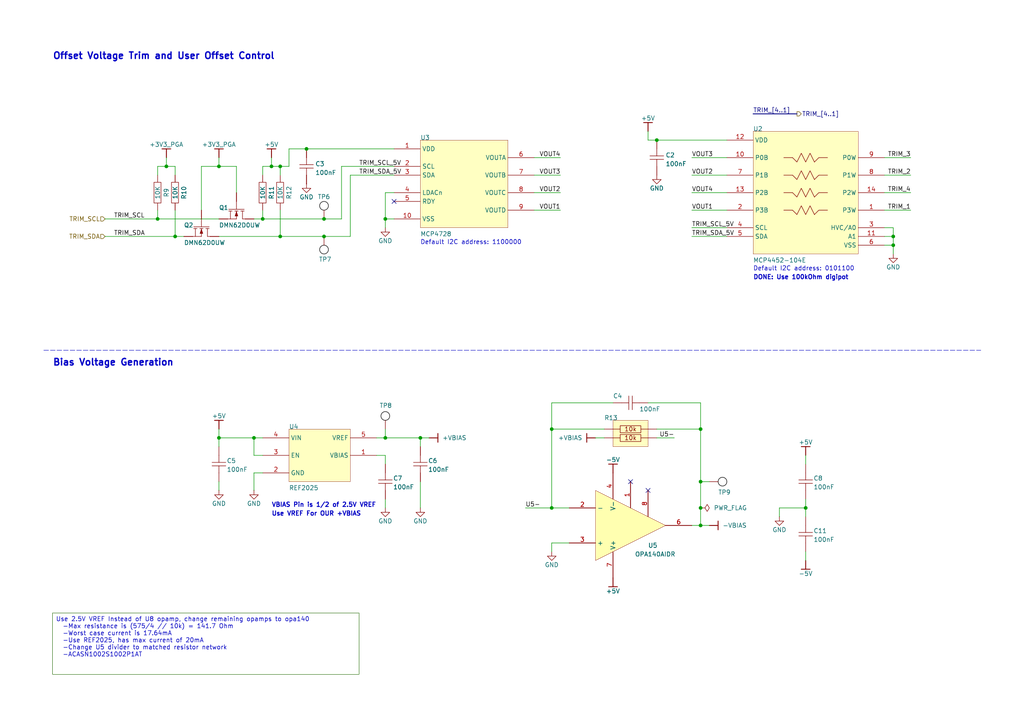
<source format=kicad_sch>
(kicad_sch (version 20241004) (generator "eeschema") (generator_version "8.99")
  (paper "A4")
  (title_block (title "ThunderScope") (rev "5") (company "EEVengers"))
  (lib_symbols
    (symbol "Thunderscope_Rev5:+3V3_PGA_BAR" (power)
      (property "Value" "+3V3_PGA" (at 0 -3.81 0))
      (symbol "+3V3_PGA_BAR_0_0"
        (polyline (pts (xy -1.27 -2.54) (xy 1.27 -2.54)) (stroke (width 0.254)))
        (polyline (pts (xy 0 0) (xy 0 -2.54)) (stroke (width 0.254)))
        (pin power_in line (at 0 0 0) (length 0) (hide yes) (name "+3V3_PGA") (number ""))
      )
    )
    (symbol "Thunderscope_Rev5:+5V_BAR" (power)
      (property "Value" "+5V" (at 0 -3.81 0))
      (symbol "+5V_BAR_0_0"
        (polyline (pts (xy -1.27 -2.54) (xy 1.27 -2.54)) (stroke (width 0.254)))
        (polyline (pts (xy 0 0) (xy 0 -2.54)) (stroke (width 0.254)))
        (pin power_in line (at 0 0 0) (length 0) (hide yes) (name "+5V") (number ""))
      )
    )
    (symbol "Thunderscope_Rev5:+VBIAS_BAR" (power)
      (property "Value" "+VBIAS" (at 0 -3.81 0))
      (symbol "+VBIAS_BAR_0_0"
        (polyline (pts (xy -1.27 -2.54) (xy 1.27 -2.54)) (stroke (width 0.254)))
        (polyline (pts (xy 0 0) (xy 0 -2.54)) (stroke (width 0.254)))
        (pin power_in line (at 0 0 0) (length 0) (hide yes) (name "+VBIAS") (number ""))
      )
    )
    (symbol "Thunderscope_Rev5:-5V_BAR" (power)
      (property "Value" "-5V" (at 0 -3.81 0))
      (symbol "-5V_BAR_0_0"
        (polyline (pts (xy -1.27 -2.54) (xy 1.27 -2.54)) (stroke (width 0.254)))
        (polyline (pts (xy 0 0) (xy 0 -2.54)) (stroke (width 0.254)))
        (pin power_in line (at 0 0 0) (length 0) (hide yes) (name "-5V") (number ""))
      )
    )
    (symbol "Thunderscope_Rev5:-VBIAS_BAR" (power)
      (property "Value" "-VBIAS" (at 0 -3.81 0))
      (symbol "-VBIAS_BAR_0_0"
        (polyline (pts (xy -1.27 -2.54) (xy 1.27 -2.54)) (stroke (width 0.254)))
        (polyline (pts (xy 0 0) (xy 0 -2.54)) (stroke (width 0.254)))
        (pin power_in line (at 0 0 0) (length 0) (hide yes) (name "-VBIAS") (number ""))
      )
    )
    (symbol "Thunderscope_Rev5:CAP 100nF 16V X7R 0402" (pin_numbers (hide yes)) (pin_names (hide yes))
      (property "Reference" "C" (at 0 0 0))
      (property "Value" "${ALTIUM_VALUE}" (at 0 0 0))
      (symbol "CAP 100nF 16V X7R 0402_1_0"
        (polyline (pts (xy -2 0.5) (xy 2 0.5)))
        (polyline (pts (xy -2 -0.5) (xy 2 -0.5)))
        (polyline (pts (xy 0 2.54) (xy 0 0.5)))
        (polyline (pts (xy 0 -2.54) (xy 0 -0.5)))
        (pin passive line (at 0 5.08 270) (length 2.54) (name "2") (number "2"))
        (pin passive line (at 0 -5.08 90) (length 2.54) (name "1") (number "1"))
      )
    )
    (symbol "Thunderscope_Rev5:GND" (power) (pin_numbers (hide yes)) (pin_names (offset 0) (hide yes))
      (property "Value" "GND" (at 0 -3.81 0))
      (symbol "GND_0_1"
        (polyline (pts (xy 0 0) (xy 0 -1.27) (xy 1.27 -1.27) (xy 0 -2.54) (xy -1.27 -1.27) (xy 0 -1.27)))
      )
      (symbol "GND_1_1"
        (pin power_in line (at 0 0 270) (length 0) (name "~") (number "1"))
      )
    )
    (symbol "Thunderscope_Rev5:IC DAC QUAD MCP4728"
      (property "Reference" "U" (at 0 0 0))
      (property "Value" "MCP4728" (at 0 0 0))
      (symbol "IC DAC QUAD MCP4728_1_0"
        (rectangle (start 12.7 12.7) (end -12.7 -12.7) (stroke (width 0.0254) (color 128 0 0 1)) (fill (type background)))
        (pin power_in line (at -20.32 10.16 0) (length 7.62) (name "VDD") (number "1"))
        (pin open_collector line (at -20.32 5.08 0) (length 7.62) (name "SCL") (number "2"))
        (pin open_collector line (at -20.32 2.54 0) (length 7.62) (name "SDA") (number "3"))
        (pin input line (at -20.32 -2.54 0) (length 7.62) (name "LDACn") (number "4"))
        (pin open_collector line (at -20.32 -5.08 0) (length 7.62) (name "RDY") (number "5"))
        (pin power_in line (at -20.32 -10.16 0) (length 7.62) (name "VSS") (number "10"))
        (pin output line (at 20.32 7.62 180) (length 7.62) (name "VOUTA") (number "6"))
        (pin output line (at 20.32 2.54 180) (length 7.62) (name "VOUTB") (number "7"))
        (pin output line (at 20.32 -2.54 180) (length 7.62) (name "VOUTC") (number "8"))
        (pin output line (at 20.32 -7.62 180) (length 7.62) (name "VOUTD") (number "9"))
      )
    )
    (symbol "Thunderscope_Rev5:IC DIGIPOT QUAD MCP4452-104E"
      (property "Reference" "U" (at 0 0 0))
      (property "Value" "MCP4452-104E" (at 0 0 0))
      (symbol "IC DIGIPOT QUAD MCP4452-104E_1_0"
        (polyline (pts (xy 11.43 -7.62) (xy 12.7 -8.89) (xy 13.97 -6.35) (xy 15.24 -8.89) (xy 16.51 -6.35) (xy 17.78 -8.89)))
        (polyline (pts (xy 11.43 -7.62) (xy 8.89 -7.62)))
        (polyline (pts (xy 11.43 -12.7) (xy 8.89 -12.7)))
        (polyline (pts (xy 11.43 -12.7) (xy 12.7 -13.97) (xy 13.97 -11.43) (xy 15.24 -13.97) (xy 16.51 -11.43) (xy 17.78 -13.97)))
        (polyline (pts (xy 11.43 -17.78) (xy 8.89 -17.78)))
        (polyline (pts (xy 11.43 -17.78) (xy 12.7 -19.05) (xy 13.97 -16.51) (xy 15.24 -19.05) (xy 16.51 -16.51) (xy 17.78 -19.05)))
        (polyline (pts (xy 11.43 -22.86) (xy 8.89 -22.86)))
        (polyline (pts (xy 11.43 -22.86) (xy 12.7 -24.13) (xy 13.97 -21.59) (xy 15.24 -24.13) (xy 16.51 -21.59) (xy 17.78 -24.13)))
        (polyline (pts (xy 17.78 -8.89) (xy 19.05 -7.62) (xy 21.59 -7.62)))
        (polyline (pts (xy 17.78 -13.97) (xy 19.05 -12.7) (xy 21.59 -12.7)))
        (polyline (pts (xy 17.78 -19.05) (xy 19.05 -17.78) (xy 21.59 -17.78)))
        (polyline (pts (xy 17.78 -24.13) (xy 19.05 -22.86) (xy 21.59 -22.86)))
        (rectangle (start 30.48 0) (end 0 -35.56) (stroke (width 0.0254) (color 128 0 0 1)) (fill (type background)))
        (pin power_in line (at -7.62 -2.54 0) (length 7.62) (name "VDD") (number "12"))
        (pin passive line (at -7.62 -7.62 0) (length 7.62) (name "P0B") (number "10"))
        (pin passive line (at -7.62 -12.7 0) (length 7.62) (name "P1B") (number "7"))
        (pin passive line (at -7.62 -17.78 0) (length 7.62) (name "P2B") (number "13"))
        (pin passive line (at -7.62 -22.86 0) (length 7.62) (name "P3B") (number "2"))
        (pin open_collector line (at -7.62 -27.94 0) (length 7.62) (name "SCL") (number "4"))
        (pin open_collector line (at -7.62 -30.48 0) (length 7.62) (name "SDA") (number "5"))
        (pin passive line (at 38.1 -7.62 180) (length 7.62) (name "P0W") (number "9"))
        (pin passive line (at 38.1 -12.7 180) (length 7.62) (name "P1W") (number "8"))
        (pin passive line (at 38.1 -17.78 180) (length 7.62) (name "P2W") (number "14"))
        (pin passive line (at 38.1 -22.86 180) (length 7.62) (name "P3W") (number "1"))
        (pin input line (at 38.1 -27.94 180) (length 7.62) (name "HVC/A0") (number "3"))
        (pin input line (at 38.1 -30.48 180) (length 7.62) (name "A1") (number "11"))
        (pin power_in line (at 38.1 -33.02 180) (length 7.62) (name "VSS") (number "6"))
      )
    )
    (symbol "Thunderscope_Rev5:IC OPAMP OPA140"
      (property "Reference" "U" (at 0 0 0))
      (property "Value" "OPA140AIDR" (at 0 0 0))
      (symbol "IC OPAMP OPA140_1_0"
        (polyline (pts (xy -10.16 10.16) (xy 10.16 0) (xy -10.16 -10.16) (xy -10.16 10.16)) (stroke (width 0.0254) (color 128 0 0 1)) (fill (type color) (color 255 255 176 1)))
        (pin input line (at -17.78 5.08 0) (length 7.62) (name "+") (number "3"))
        (pin input line (at -17.78 -5.08 0) (length 7.62) (name "-") (number "2"))
        (pin power_in line (at -5.08 15.24 270) (length 7.62) (name "V+") (number "7"))
        (pin power_in line (at -5.08 -15.24 90) (length 7.62) (name "V-") (number "4"))
        (pin passive line (at 0 -12.7 90) (length 7.62) (name "N1") (number "1"))
        (pin passive line (at 5.08 -10.16 90) (length 7.62) (name "N2") (number "8"))
        (pin output line (at 17.78 0 180) (length 7.62) (name "OUT") (number "6"))
      )
    )
    (symbol "Thunderscope_Rev5:IC VREF REF2025"
      (property "Reference" "U" (at 0 0 0))
      (property "Value" "REF2025" (at 0 0 0))
      (symbol "IC VREF REF2025_1_0"
        (rectangle (start 25.4 0) (end 7.62 -15.24) (stroke (width 0.0254) (color 128 0 0 1)) (fill (type background)))
        (pin power_in line (at 0 -2.54 0) (length 7.62) (name "VIN") (number "4"))
        (pin input line (at 0 -7.62 0) (length 7.62) (name "EN") (number "3"))
        (pin power_in line (at 0 -12.7 0) (length 7.62) (name "GND") (number "2"))
        (pin power_out line (at 33.02 -2.54 180) (length 7.62) (name "VREF") (number "5"))
        (pin power_out line (at 33.02 -7.62 180) (length 7.62) (name "VBIAS") (number "1"))
      )
    )
    (symbol "Thunderscope_Rev5:NMOS DMN62D0UW" (pin_numbers (hide yes)) (pin_names (hide yes))
      (property "Reference" "Q" (at 0 0 0))
      (property "Value" "DMN62D0UW" (at 0 0 0))
      (symbol "NMOS DMN62D0UW_1_0"
        (polyline (pts (xy -2.54 0) (xy -0.254 0)))
        (polyline (pts (xy -0.254 2.25) (xy -0.254 -2.25)))
        (polyline (pts (xy 0.246 2.25) (xy 0.246 1.25)))
        (polyline (pts (xy 0.246 0) (xy 1.746 -0.5) (xy 1.746 0.5) (xy 0.246 0)) (stroke (width -0.0001)) (fill (type outline)))
        (polyline (pts (xy 0.246 -0.5) (xy 0.246 0.5)))
        (polyline (pts (xy 0.246 -2.25) (xy 0.246 -1.25)))
        (polyline (pts (xy 2.54 1.783) (xy 2.54 2.54)))
        (polyline (pts (xy 2.54 1.75) (xy 0.246 1.75)))
        (polyline (pts (xy 2.54 0) (xy 2.54 -2.54)))
        (polyline (pts (xy 2.54 0) (xy 0.246 0)))
        (polyline (pts (xy 2.54 -1.75) (xy 0.246 -1.75)))
        (pin passive line (at -5.08 0 0) (length 2.54) (name "G") (number "2"))
        (pin passive line (at 2.54 5.08 270) (length 2.54) (name "D") (number "1"))
        (pin passive line (at 2.54 -5.08 90) (length 2.54) (name "S") (number "3"))
      )
    )
    (symbol "Thunderscope_Rev5:RES 10K OHM 1% 1/10W 0402" (pin_numbers (hide yes)) (pin_names (hide yes))
      (property "Reference" "R" (at 0 0 0))
      (property "Value" "${ALTIUM_VALUE}" (at 0 0 0))
      (symbol "RES 10K OHM 1% 1/10W 0402_1_0"
        (rectangle (start 3 1.056) (end -3 -0.976))
        (pin passive line (at -5.08 0 0) (length 2) (name "2") (number "2"))
        (pin passive line (at 5.08 0 180) (length 2) (name "1") (number "1"))
      )
    )
    (symbol "Thunderscope_Rev5:RES ARRAY 2x 10K OHM 0.05% 0606" (pin_numbers (hide yes)) (pin_names (hide yes))
      (property "Reference" "R" (at 0 0 0))
      (property "Value" "${ALTIUM_VALUE}" (at 0 0 0))
      (symbol "RES ARRAY 2x 10K OHM 0.05% 0606_1_0"
        (rectangle (start 10.62 -1.564) (end 4.62 -3.596))
        (rectangle (start 10.62 -4.104) (end 4.62 -6.136))
        (rectangle (start 12.7 0) (end 2.54 -7.62) (stroke (width 0.0254) (color 128 0 0 1)) (fill (type background)))
        (text "10k" (at 7.62 -2.54 0) (effects (font (size 1.27 1.27))))
        (text "10k" (at 7.62 -5.08 0) (effects (font (size 1.27 1.27))))
        (pin passive line (at 0 -2.54 0) (length 4.54) (name "1") (number "1"))
        (pin passive line (at 0 -5.08 0) (length 4.54) (name "2") (number "2"))
        (pin passive line (at 15.24 -2.54 180) (length 4.54) (name "4") (number "4"))
        (pin passive line (at 15.24 -5.08 180) (length 4.54) (name "3") (number "3"))
      )
    )
    (symbol "Thunderscope_Rev5:TP PCB 1mm" (pin_numbers (hide yes)) (pin_names (hide yes))
      (property "Reference" "T" (at 0 0 0))
      (property "Value" "PCB" (at 0 0 0))
      (symbol "TP PCB 1mm_1_0"
        (circle (center 3.81 0) (radius 1.27) (stroke (width 0) (color 0 0 0 1)))
        (pin passive line (at 0 0 0) (length 2.54) (name "1") (number "1"))
      )
    )
    (symbol "power:PWR_FLAG" (power) (pin_numbers (hide yes)) (pin_names (offset 0) (hide yes))
      (property "Value" "PWR_FLAG" (at 0 3.81 0))
      (symbol "PWR_FLAG_0_0"
        (pin power_out line (at 0 0 90) (length 0) (name "~") (number "1"))
      )
      (symbol "PWR_FLAG_0_1"
        (polyline (pts (xy 0 0) (xy 0 1.27) (xy -1.016 1.905) (xy 0 2.54) (xy 1.016 1.905) (xy 0 1.27)))
      )
    )
  )
  (text "Bias Voltage Generation" (at 15.24 104.14 0) (effects (font (size 1.905 1.905) (thickness 0.381) (bold yes)) (justify left top)))
  (text "Default I2C address: 0101100" (at 218.44 78.74 0) (effects (font (size 1.27 1.27)) (justify left bottom)))
  (text "Offset Voltage Trim and User Offset Control" (at 15.24 15.24 0) (effects (font (size 1.905 1.905) (thickness 0.381) (bold yes)) (justify left top)))
  (text "Use VREF For OUR +VBIAS" (at 78.74 149.86 0) (effects (font (size 1.27 1.27) (thickness 0.254) (bold yes)) (justify left bottom)))
  (text "Default I2C address: 1100000" (at 121.92 71.12 0) (effects (font (size 1.27 1.27)) (justify left bottom)))
  (text "DONE: Use 100kOhm digipot" (at 218.44 81.28 0) (effects (font (size 1.27 1.27) (thickness 0.254) (bold yes)) (justify left bottom)))
  (text "VBIAS Pin is 1/2 of 2.5V VREF" (at 78.74 147.32 0) (effects (font (size 1.27 1.27) (thickness 0.254) (bold yes)) (justify left bottom)))
  (text_box "Use 2.5V VREF Instead of U8 opamp, change remaining opamps to opa140\n  -Max resistance is (575/4 // 10k) = 141.7 Ohm\n  -Worst case current is 17.64mA\n  -Use REF2025, has max current of 20mA\n  -Change U5 divider to matched resistor network\n  -ACASN1002S1002P1AT" (at 15.24 177.8 0) (size 88.9 17.78) (margins 0.9525 0.9525 0.9525 0.9525) (stroke (width 0) (color 56 118 29 1)) (fill (type color) (color 255 255 255 1)) (effects (font (size 1.27 1.27)) (justify left top)))
  (junction (at 203.2 152.4))
  (junction (at 48.26 48.26))
  (junction (at 203.2 147.32))
  (junction (at 73.66 127))
  (junction (at 81.28 68.58))
  (junction (at 76.2 63.5))
  (junction (at 121.92 127))
  (junction (at 93.98 63.5))
  (junction (at 88.9 43.18))
  (junction (at 50.8 68.58))
  (junction (at 203.2 139.7))
  (junction (at 259.08 68.58))
  (junction (at 78.74 48.26))
  (junction (at 63.5 127))
  (junction (at 160.02 124.46))
  (junction (at 259.08 71.12))
  (junction (at 45.72 63.5))
  (junction (at 81.28 48.26))
  (junction (at 203.2 124.46))
  (junction (at 63.5 48.26))
  (junction (at 160.02 147.32))
  (junction (at 111.76 63.5))
  (junction (at 190.5 40.64))
  (junction (at 233.68 147.32))
  (junction (at 111.76 127))
  (junction (at 93.98 68.58))
  (no_connect (at 182.88 139.7))
  (no_connect (at 114.3 58.42))
  (no_connect (at 187.96 142.24))
  (wire (pts (xy 114.3 63.5) (xy 111.76 63.5)))
  (wire (pts (xy 187.96 38.1) (xy 187.96 40.64)))
  (polyline (pts (xy 12.7 101.6) (xy 284.48 101.6)) (stroke (width 0.127) (type dash)))
  (wire (pts (xy 73.66 142.24) (xy 73.66 137.16)))
  (wire (pts (xy 30.48 63.5) (xy 45.72 63.5)))
  (wire (pts (xy 121.92 127) (xy 124.46 127)))
  (wire (pts (xy 200.66 66.04) (xy 210.82 66.04)))
  (wire (pts (xy 58.42 48.26) (xy 63.5 48.26)))
  (wire (pts (xy 200.66 68.58) (xy 210.82 68.58)))
  (wire (pts (xy 203.2 116.84) (xy 203.2 124.46)))
  (wire (pts (xy 203.2 152.4) (xy 205.74 152.4)))
  (wire (pts (xy 233.68 147.32) (xy 233.68 144.78)))
  (wire (pts (xy 172.72 127) (xy 175.26 127)))
  (wire (pts (xy 203.2 139.7) (xy 203.2 147.32)))
  (wire (pts (xy 50.8 60.96) (xy 50.8 68.58)))
  (wire (pts (xy 88.9 43.18) (xy 114.3 43.18)))
  (wire (pts (xy 154.94 55.88) (xy 162.56 55.88)))
  (wire (pts (xy 63.5 124.46) (xy 63.5 127)))
  (wire (pts (xy 48.26 45.72) (xy 48.26 48.26)))
  (wire (pts (xy 190.5 124.46) (xy 203.2 124.46)))
  (wire (pts (xy 187.96 40.64) (xy 190.5 40.64)))
  (wire (pts (xy 259.08 71.12) (xy 259.08 73.66)))
  (wire (pts (xy 73.66 127) (xy 76.2 127)))
  (wire (pts (xy 63.5 45.72) (xy 63.5 48.26)))
  (wire (pts (xy 256.54 55.88) (xy 264.16 55.88)))
  (wire (pts (xy 203.2 147.32) (xy 203.2 152.4)))
  (wire (pts (xy 114.3 55.88) (xy 111.76 55.88)))
  (wire (pts (xy 160.02 124.46) (xy 160.02 147.32)))
  (wire (pts (xy 99.06 48.26) (xy 114.3 48.26)))
  (wire (pts (xy 226.06 147.32) (xy 226.06 149.86)))
  (wire (pts (xy 154.94 50.8) (xy 162.56 50.8)))
  (wire (pts (xy 233.68 162.56) (xy 233.68 160.02)))
  (wire (pts (xy 78.74 48.26) (xy 81.28 48.26)))
  (wire (pts (xy 78.74 45.72) (xy 78.74 48.26)))
  (wire (pts (xy 83.82 48.26) (xy 81.28 48.26)))
  (bus (pts (xy 231.14 33.02) (xy 218.44 33.02)) (stroke (width 0.254)))
  (wire (pts (xy 200.66 55.88) (xy 210.82 55.88)))
  (wire (pts (xy 259.08 66.04) (xy 259.08 68.58)))
  (wire (pts (xy 109.22 127) (xy 111.76 127)))
  (wire (pts (xy 93.98 63.5) (xy 99.06 63.5)))
  (wire (pts (xy 50.8 68.58) (xy 53.34 68.58)))
  (wire (pts (xy 45.72 63.5) (xy 63.5 63.5)))
  (wire (pts (xy 160.02 147.32) (xy 165.1 147.32)))
  (wire (pts (xy 73.66 137.16) (xy 76.2 137.16)))
  (wire (pts (xy 259.08 68.58) (xy 259.08 71.12)))
  (wire (pts (xy 256.54 71.12) (xy 259.08 71.12)))
  (wire (pts (xy 63.5 68.58) (xy 81.28 68.58)))
  (wire (pts (xy 187.96 116.84) (xy 203.2 116.84)))
  (wire (pts (xy 45.72 50.8) (xy 45.72 48.26)))
  (wire (pts (xy 121.92 127) (xy 121.92 129.54)))
  (wire (pts (xy 111.76 127) (xy 121.92 127)))
  (wire (pts (xy 81.28 68.58) (xy 81.28 60.96)))
  (wire (pts (xy 109.22 132.08) (xy 111.76 132.08)))
  (wire (pts (xy 101.6 50.8) (xy 101.6 68.58)))
  (wire (pts (xy 154.94 60.96) (xy 162.56 60.96)))
  (wire (pts (xy 45.72 48.26) (xy 48.26 48.26)))
  (wire (pts (xy 160.02 124.46) (xy 175.26 124.46)))
  (wire (pts (xy 76.2 48.26) (xy 78.74 48.26)))
  (wire (pts (xy 45.72 60.96) (xy 45.72 63.5)))
  (wire (pts (xy 81.28 68.58) (xy 93.98 68.58)))
  (wire (pts (xy 203.2 124.46) (xy 203.2 139.7)))
  (wire (pts (xy 190.5 127) (xy 195.58 127)))
  (wire (pts (xy 256.54 45.72) (xy 264.16 45.72)))
  (wire (pts (xy 160.02 116.84) (xy 160.02 124.46)))
  (wire (pts (xy 48.26 48.26) (xy 50.8 48.26)))
  (wire (pts (xy 111.76 63.5) (xy 111.76 66.04)))
  (wire (pts (xy 111.76 147.32) (xy 111.76 144.78)))
  (wire (pts (xy 200.66 45.72) (xy 210.82 45.72)))
  (wire (pts (xy 76.2 132.08) (xy 73.66 132.08)))
  (wire (pts (xy 63.5 127) (xy 63.5 129.54)))
  (wire (pts (xy 233.68 149.86) (xy 233.68 147.32)))
  (wire (pts (xy 200.66 152.4) (xy 203.2 152.4)))
  (wire (pts (xy 256.54 50.8) (xy 264.16 50.8)))
  (wire (pts (xy 256.54 60.96) (xy 264.16 60.96)))
  (wire (pts (xy 233.68 132.08) (xy 233.68 134.62)))
  (wire (pts (xy 76.2 50.8) (xy 76.2 48.26)))
  (wire (pts (xy 99.06 48.26) (xy 99.06 63.5)))
  (wire (pts (xy 68.58 48.26) (xy 68.58 55.88)))
  (wire (pts (xy 233.68 147.32) (xy 226.06 147.32)))
  (wire (pts (xy 121.92 147.32) (xy 121.92 139.7)))
  (wire (pts (xy 200.66 50.8) (xy 210.82 50.8)))
  (wire (pts (xy 73.66 132.08) (xy 73.66 127)))
  (wire (pts (xy 256.54 66.04) (xy 259.08 66.04)))
  (wire (pts (xy 58.42 60.96) (xy 58.42 48.26)))
  (wire (pts (xy 101.6 50.8) (xy 114.3 50.8)))
  (wire (pts (xy 190.5 40.64) (xy 210.82 40.64)))
  (wire (pts (xy 81.28 48.26) (xy 81.28 50.8)))
  (wire (pts (xy 256.54 68.58) (xy 259.08 68.58)))
  (wire (pts (xy 50.8 48.26) (xy 50.8 50.8)))
  (wire (pts (xy 177.8 116.84) (xy 160.02 116.84)))
  (wire (pts (xy 63.5 139.7) (xy 63.5 142.24)))
  (wire (pts (xy 200.66 60.96) (xy 210.82 60.96)))
  (wire (pts (xy 111.76 132.08) (xy 111.76 134.62)))
  (wire (pts (xy 160.02 160.02) (xy 160.02 157.48)))
  (wire (pts (xy 63.5 127) (xy 73.66 127)))
  (wire (pts (xy 88.9 43.18) (xy 83.82 43.18)))
  (wire (pts (xy 63.5 48.26) (xy 68.58 48.26)))
  (wire (pts (xy 76.2 63.5) (xy 73.66 63.5)))
  (wire (pts (xy 111.76 55.88) (xy 111.76 63.5)))
  (wire (pts (xy 83.82 43.18) (xy 83.82 48.26)))
  (wire (pts (xy 30.48 68.58) (xy 50.8 68.58)))
  (wire (pts (xy 111.76 127) (xy 111.76 124.46)))
  (wire (pts (xy 152.4 147.32) (xy 160.02 147.32)))
  (wire (pts (xy 203.2 139.7) (xy 205.74 139.7)))
  (wire (pts (xy 154.94 45.72) (xy 162.56 45.72)))
  (wire (pts (xy 93.98 68.58) (xy 101.6 68.58)))
  (wire (pts (xy 76.2 63.5) (xy 93.98 63.5)))
  (wire (pts (xy 76.2 63.5) (xy 76.2 60.96)))
  (wire (pts (xy 160.02 157.48) (xy 165.1 157.48)))
  (label "TRIM_SDA" (at 33.02 68.58 0))
  (label "TRIM_2" (at 264.16 50.8 180))
  (label "TRIM_SCL" (at 33.02 63.5 0))
  (label "TRIM_4" (at 264.16 55.88 180))
  (label "VOUT3" (at 162.56 50.8 180))
  (label "TRIM_SCL_5V" (at 104.14 48.26 0))
  (label "TRIM_SDA_5V" (at 104.14 50.8 0))
  (label "U5-" (at 152.4 147.32 0))
  (label "U5-" (at 195.58 127 180))
  (label "VOUT4" (at 200.66 55.88 0))
  (label "TRIM_SCL_5V" (at 200.66 66.04 0))
  (label "TRIM_1" (at 264.16 60.96 180))
  (label "VOUT2" (at 200.66 50.8 0))
  (label "VOUT1" (at 200.66 60.96 0))
  (label "TRIM_3" (at 264.16 45.72 180))
  (label "VOUT4" (at 162.56 45.72 180))
  (label "VOUT2" (at 162.56 55.88 180))
  (label "TRIM_[4..1]" (at 218.44 33.02 0))
  (label "VOUT3" (at 200.66 45.72 0))
  (label "TRIM_SDA_5V" (at 200.66 68.58 0))
  (label "VOUT1" (at 162.56 60.96 180))
  (hierarchical_label "TRIM_SCL" (shape input) (at 30.48 63.5 180))
  (hierarchical_label "TRIM_[4..1]" (shape output) (at 231.14 33.02 0))
  (hierarchical_label "TRIM_SDA" (shape input) (at 30.48 68.58 180))
  (symbol (lib_id "Thunderscope_Rev5:GND") (at 111.76 147.32 0) (unit 1)
    (property "Reference" "#PWR0188" (effects (hide yes)))
    (property "Value" "GND" (at 111.76 151.13 0))
    (property "Description" "Power symbol creates a global label with name \"GND\" , ground" (effects (hide yes)))
  )
  (symbol (lib_id "power:PWR_FLAG") (at 203.2 147.32 270) (unit 1)
    (property "Reference" "#FLG05" (effects (hide yes)))
    (property "Value" "PWR_FLAG" (at 207.01 147.3199 90) (effects (justify left)))
    (property "Description" "Special symbol for telling ERC where power comes from" (effects (hide yes)))
  )
  (symbol (lib_id "Thunderscope_Rev5:+VBIAS_BAR") (at 172.72 127 270) (unit 1)
    (property "Reference" "#PWR?" (effects (hide yes)))
    (property "Value" "+VBIAS" (at 168.91 127 90) (effects (justify right)))
  )
  (symbol (lib_id "Thunderscope_Rev5:+5V_BAR") (at 63.5 124.46 180) (unit 1)
    (property "Reference" "#PWR?" (effects (hide yes)))
    (property "Value" "+5V" (at 63.5 120.65 0))
  )
  (symbol (lib_id "Thunderscope_Rev5:RES 10K OHM 1% 1/10W 0402") (at 81.28 55.88 90) (unit 1)
    (property "Reference" "R12" (at 83.82 55.88 0))
    (property "Value" "${ALTIUM_VALUE}" (at 81.28 55.88 0))
    (property "Footprint" "GEN_R_0402" (effects (hide yes)))
    (property "TOLERANCE" "1%" (effects (hide yes)))
    (property "PACKAGE" "0402" (effects (hide yes)))
    (property "SUPPLIER 1" "Mouser" (effects (hide yes)))
    (property "SUPPLIER PART NUMBER 1" "667-ERJ-2RKF1002X" (effects (hide yes)))
    (property "ALTIUM_VALUE" "10K" (effects (hide yes)))
    (property "MANUFACTURER" "Panasonic" (effects (hide yes)))
    (property "MANUFACTURER PART NUMBER" "ERJ-2RKF1002X" (effects (hide yes)))
  )
  (symbol (lib_id "Thunderscope_Rev5:+3V3_PGA_BAR") (at 48.26 45.72 180) (unit 1)
    (property "Reference" "#PWR?" (effects (hide yes)))
    (property "Value" "+3V3_PGA" (at 48.26 41.91 0))
  )
  (symbol (lib_id "Thunderscope_Rev5:GND") (at 63.5 142.24 0) (unit 1)
    (property "Reference" "#PWR0186" (effects (hide yes)))
    (property "Value" "GND" (at 63.5 146.05 0))
    (property "Description" "Power symbol creates a global label with name \"GND\" , ground" (effects (hide yes)))
  )
  (symbol (lib_id "Thunderscope_Rev5:+5V_BAR") (at 233.68 132.08 180) (unit 1)
    (property "Reference" "#PWR?" (effects (hide yes)))
    (property "Value" "+5V" (at 233.68 128.27 0))
  )
  (symbol (lib_id "Thunderscope_Rev5:RES 10K OHM 1% 1/10W 0402") (at 50.8 55.88 90) (unit 1)
    (property "Reference" "R10" (at 53.34 55.88 0))
    (property "Value" "${ALTIUM_VALUE}" (at 50.8 55.88 0))
    (property "Footprint" "GEN_R_0402" (effects (hide yes)))
    (property "TOLERANCE" "1%" (effects (hide yes)))
    (property "PACKAGE" "0402" (effects (hide yes)))
    (property "SUPPLIER 1" "Mouser" (effects (hide yes)))
    (property "SUPPLIER PART NUMBER 1" "667-ERJ-2RKF1002X" (effects (hide yes)))
    (property "ALTIUM_VALUE" "10K" (effects (hide yes)))
    (property "MANUFACTURER" "Panasonic" (effects (hide yes)))
    (property "MANUFACTURER PART NUMBER" "ERJ-2RKF1002X" (effects (hide yes)))
  )
  (symbol (lib_id "Thunderscope_Rev5:CAP 100nF 16V X7R 0402") (at 111.76 139.7 0) (unit 1)
    (property "Reference" "C7" (at 114.014 139.446 0) (effects (justify left bottom)))
    (property "Value" "${ALTIUM_VALUE}" (at 114.014 141.986 0) (effects (justify left bottom)))
    (property "Footprint" "GEN_C_0402" (effects (hide yes)))
    (property "PACKAGE" "0402" (effects (hide yes)))
    (property "VOLTAGE RATING" "16V" (effects (hide yes)))
    (property "SUPPLIER 1" "Mouser" (effects (hide yes)))
    (property "SUPPLIER PART NUMBER 1" "81-GCM155R71C104KA5D" (effects (hide yes)))
    (property "ALTIUM_VALUE" "100nF" (effects (hide yes)))
    (property "HOUSE PART NUMBER" "C-100nF-0402-002" (effects (hide yes)))
    (property "MANUFACTURER" "Murata" (effects (hide yes)))
    (property "MANUFACTURER PART NUMBER" "GCM155R71C104KA55D" (effects (hide yes)))
  )
  (symbol (lib_id "Thunderscope_Rev5:RES 10K OHM 1% 1/10W 0402") (at 76.2 55.88 90) (unit 1)
    (property "Reference" "R11" (at 78.74 55.88 0))
    (property "Value" "${ALTIUM_VALUE}" (at 76.2 55.88 0))
    (property "Footprint" "GEN_R_0402" (effects (hide yes)))
    (property "TOLERANCE" "1%" (effects (hide yes)))
    (property "PACKAGE" "0402" (effects (hide yes)))
    (property "SUPPLIER 1" "Mouser" (effects (hide yes)))
    (property "SUPPLIER PART NUMBER 1" "667-ERJ-2RKF1002X" (effects (hide yes)))
    (property "ALTIUM_VALUE" "10K" (effects (hide yes)))
    (property "MANUFACTURER" "Panasonic" (effects (hide yes)))
    (property "MANUFACTURER PART NUMBER" "ERJ-2RKF1002X" (effects (hide yes)))
  )
  (symbol (lib_id "Thunderscope_Rev5:+3V3_PGA_BAR") (at 63.5 45.72 180) (unit 1)
    (property "Reference" "#PWR?" (effects (hide yes)))
    (property "Value" "+3V3_PGA" (at 63.5 41.91 0))
  )
  (symbol (lib_id "Thunderscope_Rev5:GND") (at 121.92 147.32 0) (unit 1)
    (property "Reference" "#PWR0190" (effects (hide yes)))
    (property "Value" "GND" (at 121.92 151.13 0))
    (property "Description" "Power symbol creates a global label with name \"GND\" , ground" (effects (hide yes)))
  )
  (symbol (lib_id "Thunderscope_Rev5:+VBIAS_BAR") (at 124.46 127 90) (unit 1)
    (property "Reference" "#PWR?" (effects (hide yes)))
    (property "Value" "+VBIAS" (at 128.27 127 90) (effects (justify right)))
  )
  (symbol (lib_id "Thunderscope_Rev5:RES ARRAY 2x 10K OHM 0.05% 0606") (at 175.26 121.92 0) (unit 1)
    (property "Reference" "R13" (at 175.26 121.92 0) (effects (justify left bottom)))
    (property "Value" "${ALTIUM_VALUE}" (effects (hide yes)))
    (property "Footprint" "GEN_R_2ARRAY_0606" (effects (hide yes)))
    (property "TOLERANCE" "1%" (effects (hide yes)))
    (property "PACKAGE" "0606" (effects (hide yes)))
    (property "ALTIUM_VALUE" "10K" (effects (hide yes)))
    (property "MANUFACTURER" "Vishay Beyschlag" (effects (hide yes)))
    (property "MANUFACTURER PART NUMBER" "ACASN1002S1002P1ATF1002X" (effects (hide yes)))
    (property "SUPPLIER 1" "Mouser" (effects (hide yes)))
    (property "SUPPLIER PART NUMBER 1" "594-ACASN1002S1002AT" (effects (hide yes)))
  )
  (symbol (lib_id "Thunderscope_Rev5:+5V_BAR") (at 187.96 38.1 180) (unit 1)
    (property "Reference" "#PWR?" (effects (hide yes)))
    (property "Value" "+5V" (at 187.96 34.29 0))
  )
  (symbol (lib_id "Thunderscope_Rev5:GND") (at 88.9 53.34 0) (unit 1)
    (property "Reference" "#PWR0182" (effects (hide yes)))
    (property "Value" "GND" (at 88.9 57.15 0))
    (property "Description" "Power symbol creates a global label with name \"GND\" , ground" (effects (hide yes)))
  )
  (symbol (lib_id "Thunderscope_Rev5:+5V_BAR") (at 177.8 167.64 0) (unit 1)
    (property "Reference" "#PWR?" (effects (hide yes)))
    (property "Value" "+5V" (at 177.8 171.45 0))
  )
  (symbol (lib_id "Thunderscope_Rev5:RES 10K OHM 1% 1/10W 0402") (at 45.72 55.88 90) (unit 1)
    (property "Reference" "R9" (at 48.26 55.88 0))
    (property "Value" "${ALTIUM_VALUE}" (at 45.72 55.88 0))
    (property "Footprint" "GEN_R_0402" (effects (hide yes)))
    (property "TOLERANCE" "1%" (effects (hide yes)))
    (property "PACKAGE" "0402" (effects (hide yes)))
    (property "SUPPLIER 1" "Mouser" (effects (hide yes)))
    (property "SUPPLIER PART NUMBER 1" "667-ERJ-2RKF1002X" (effects (hide yes)))
    (property "ALTIUM_VALUE" "10K" (effects (hide yes)))
    (property "MANUFACTURER" "Panasonic" (effects (hide yes)))
    (property "MANUFACTURER PART NUMBER" "ERJ-2RKF1002X" (effects (hide yes)))
  )
  (symbol (lib_id "Thunderscope_Rev5:GND") (at 226.06 149.86 0) (unit 1)
    (property "Reference" "#PWR0192" (effects (hide yes)))
    (property "Value" "GND" (at 226.06 153.67 0))
    (property "Description" "Power symbol creates a global label with name \"GND\" , ground" (effects (hide yes)))
  )
  (symbol (lib_id "Thunderscope_Rev5:TP PCB 1mm") (at 111.76 124.46 90) (unit 1)
    (property "Reference" "TP8" (at 113.715 116.8988 90) (effects (justify left bottom)))
    (property "Value" "PCB" (effects (hide yes)))
    (property "Footprint" "GEN_TP_PCB" (effects (hide yes)))
  )
  (symbol (lib_id "Thunderscope_Rev5:+5V_BAR") (at 78.74 45.72 180) (unit 1)
    (property "Reference" "#PWR?" (effects (hide yes)))
    (property "Value" "+5V" (at 78.74 41.91 0))
  )
  (symbol (lib_id "Thunderscope_Rev5:GND") (at 73.66 142.24 0) (unit 1)
    (property "Reference" "#PWR0187" (effects (hide yes)))
    (property "Value" "GND" (at 73.66 146.05 0))
    (property "Description" "Power symbol creates a global label with name \"GND\" , ground" (effects (hide yes)))
  )
  (symbol (lib_id "Thunderscope_Rev5:IC OPAMP OPA140") (at 182.88 152.4 0) (mirror x) (unit 1)
    (property "Reference" "U5" (at 187.96 157.48 0) (effects (justify left bottom)))
    (property "Value" "OPA140AIDR" (at 184.15 160.02 0) (effects (justify left bottom)))
    (property "Footprint" "TI_SOIC8_D0008A" (effects (hide yes)))
    (property "SUPPLIER 1" "Texas Instruments" (effects (hide yes)))
    (property "SUPPLIER PART NUMBER 1" "OPA140AIDR" (effects (hide yes)))
    (property "MANUFACTURER" "Texas Instruments" (effects (hide yes)))
    (property "MANUFACTURER PART NUMBER" "OPA140AIDR" (effects (hide yes)))
  )
  (symbol (lib_id "Thunderscope_Rev5:-5V_BAR") (at 233.68 162.56 0) (unit 1)
    (property "Reference" "#PWR?" (effects (hide yes)))
    (property "Value" "-5V" (at 233.68 166.37 0))
  )
  (symbol (lib_id "Thunderscope_Rev5:NMOS DMN62D0UW") (at 68.58 60.96 270) (unit 1)
    (property "Reference" "Q1" (at 63.5 60.96 90) (effects (justify left bottom)))
    (property "Value" "DMN62D0UW" (at 63.5 66.04 90) (effects (justify left bottom)))
    (property "Footprint" "GEN_SOT_323" (effects (hide yes)))
    (property "VDSS" "60V" (effects (hide yes)))
    (property "SUPPLIER 1" "Mouser" (effects (hide yes)))
    (property "SUPPLIER PART NUMBER 1" "621-DMN62D0UW-7" (effects (hide yes)))
    (property "HOUSE PART NUMBER" "DMN62D0UW-7" (effects (hide yes)))
    (property "MANUFACTURER" "Diodes" (effects (hide yes)))
    (property "MANUFACTURER PART NUMBER" "DMN62D0UW-7" (effects (hide yes)))
  )
  (symbol (lib_id "Thunderscope_Rev5:TP PCB 1mm") (at 93.98 68.58 270) (unit 1)
    (property "Reference" "TP7" (at 92.4704 75.9586 90) (effects (justify left bottom)))
    (property "Value" "PCB" (effects (hide yes)))
    (property "Footprint" "GEN_TP_PCB" (effects (hide yes)))
  )
  (symbol (lib_id "Thunderscope_Rev5:IC DAC QUAD MCP4728") (at 134.62 53.34 0) (unit 1)
    (property "Reference" "U3" (at 121.92 40.64 0) (effects (justify left bottom)))
    (property "Value" "MCP4728" (at 121.92 68.58 0) (effects (justify left bottom)))
    (property "Footprint" "MC_MSOP10_UN" (effects (hide yes)))
    (property "SUPPLIER 1" "Mouser" (effects (hide yes)))
    (property "SUPPLIER PART NUMBER 1" "579-MCP4728A1T-E/UN" (effects (hide yes)))
    (property "MANUFACTURER" "Microchip" (effects (hide yes)))
    (property "MANUFACTURER PART NUMBER" "MCP4728" (effects (hide yes)))
  )
  (symbol (lib_id "Thunderscope_Rev5:-5V_BAR") (at 177.8 137.16 180) (unit 1)
    (property "Reference" "#PWR?" (effects (hide yes)))
    (property "Value" "-5V" (at 177.8 133.35 0))
  )
  (symbol (lib_id "Thunderscope_Rev5:CAP 100nF 16V X7R 0402") (at 121.92 134.62 0) (unit 1)
    (property "Reference" "C6" (at 124.174 134.366 0) (effects (justify left bottom)))
    (property "Value" "${ALTIUM_VALUE}" (at 124.174 136.906 0) (effects (justify left bottom)))
    (property "Footprint" "GEN_C_0402" (effects (hide yes)))
    (property "PACKAGE" "0402" (effects (hide yes)))
    (property "VOLTAGE RATING" "16V" (effects (hide yes)))
    (property "SUPPLIER 1" "Mouser" (effects (hide yes)))
    (property "SUPPLIER PART NUMBER 1" "81-GCM155R71C104KA5D" (effects (hide yes)))
    (property "ALTIUM_VALUE" "100nF" (effects (hide yes)))
    (property "HOUSE PART NUMBER" "C-100nF-0402-002" (effects (hide yes)))
    (property "MANUFACTURER" "Murata" (effects (hide yes)))
    (property "MANUFACTURER PART NUMBER" "GCM155R71C104KA55D" (effects (hide yes)))
  )
  (symbol (lib_id "Thunderscope_Rev5:IC VREF REF2025") (at 76.2 124.46 0) (unit 1)
    (property "Reference" "U4" (at 83.82 124.46 0) (effects (justify left bottom)))
    (property "Value" "REF2025" (at 83.82 142.24 0) (effects (justify left bottom)))
    (property "Footprint" "GEN_SOT23_5_950_2900X1600X1450" (effects (hide yes)))
    (property "SUPPLIER 1" "Texas Instruments" (effects (hide yes)))
    (property "SUPPLIER PART NUMBER 1" "REF2025AIDDCR" (effects (hide yes)))
  )
  (symbol (lib_id "Thunderscope_Rev5:CAP 100nF 16V X7R 0402") (at 233.68 139.7 0) (unit 1)
    (property "Reference" "C8" (at 235.934 139.446 0) (effects (justify left bottom)))
    (property "Value" "${ALTIUM_VALUE}" (at 235.934 141.986 0) (effects (justify left bottom)))
    (property "Footprint" "GEN_C_0402" (effects (hide yes)))
    (property "PACKAGE" "0402" (effects (hide yes)))
    (property "VOLTAGE RATING" "16V" (effects (hide yes)))
    (property "SUPPLIER 1" "Mouser" (effects (hide yes)))
    (property "SUPPLIER PART NUMBER 1" "81-GCM155R71C104KA5D" (effects (hide yes)))
    (property "ALTIUM_VALUE" "100nF" (effects (hide yes)))
    (property "HOUSE PART NUMBER" "C-100nF-0402-002" (effects (hide yes)))
    (property "MANUFACTURER" "Murata" (effects (hide yes)))
    (property "MANUFACTURER PART NUMBER" "GCM155R71C104KA55D" (effects (hide yes)))
  )
  (symbol (lib_id "Thunderscope_Rev5:IC DIGIPOT QUAD MCP4452-104E") (at 218.44 38.1 0) (unit 1)
    (property "Reference" "U2" (at 218.44 38.1 0) (effects (justify left bottom)))
    (property "Value" "MCP4452-104E" (at 218.44 76.2 0) (effects (justify left bottom)))
    (property "Footprint" "MC_TSSOP14" (effects (hide yes)))
    (property "SUPPLIER 1" "Mouser" (effects (hide yes)))
    (property "SUPPLIER PART NUMBER 1" "579-MCP4452-104E/ST" (effects (hide yes)))
    (property "MANUFACTURER" "Microchip" (effects (hide yes)))
    (property "MANUFACTURER PART NUMBER" "MCP4452-104E" (effects (hide yes)))
  )
  (symbol (lib_id "Thunderscope_Rev5:GND") (at 111.76 66.04 0) (unit 1)
    (property "Reference" "#PWR0181" (effects (hide yes)))
    (property "Value" "GND" (at 111.76 69.85 0))
    (property "Description" "Power symbol creates a global label with name \"GND\" , ground" (effects (hide yes)))
  )
  (symbol (lib_id "Thunderscope_Rev5:TP PCB 1mm") (at 205.74 139.7 0) (unit 1)
    (property "Reference" "TP9" (at 208.28 143.51 0) (effects (justify left bottom)))
    (property "Value" "PCB" (effects (hide yes)))
    (property "Footprint" "GEN_TP_PCB" (effects (hide yes)))
  )
  (symbol (lib_id "Thunderscope_Rev5:GND") (at 190.5 50.8 0) (unit 1)
    (property "Reference" "#PWR0183" (effects (hide yes)))
    (property "Value" "GND" (at 190.5 54.61 0))
    (property "Description" "Power symbol creates a global label with name \"GND\" , ground" (effects (hide yes)))
  )
  (symbol (lib_id "Thunderscope_Rev5:GND") (at 160.02 160.02 0) (unit 1)
    (property "Reference" "#PWR0191" (effects (hide yes)))
    (property "Value" "GND" (at 160.02 163.83 0))
    (property "Description" "Power symbol creates a global label with name \"GND\" , ground" (effects (hide yes)))
  )
  (symbol (lib_id "Thunderscope_Rev5:GND") (at 259.08 73.66 0) (unit 1)
    (property "Reference" "#PWR0185" (effects (hide yes)))
    (property "Value" "GND" (at 259.08 77.47 0))
    (property "Description" "Power symbol creates a global label with name \"GND\" , ground" (effects (hide yes)))
  )
  (symbol (lib_id "Thunderscope_Rev5:-VBIAS_BAR") (at 205.74 152.4 90) (unit 1)
    (property "Reference" "#PWR?" (effects (hide yes)))
    (property "Value" "-VBIAS" (at 209.55 152.4 90) (effects (justify right)))
  )
  (symbol (lib_id "Thunderscope_Rev5:CAP 100nF 16V X7R 0402") (at 63.5 134.62 0) (unit 1)
    (property "Reference" "C5" (at 65.754 134.366 0) (effects (justify left bottom)))
    (property "Value" "${ALTIUM_VALUE}" (at 65.754 136.906 0) (effects (justify left bottom)))
    (property "Footprint" "GEN_C_0402" (effects (hide yes)))
    (property "PACKAGE" "0402" (effects (hide yes)))
    (property "VOLTAGE RATING" "16V" (effects (hide yes)))
    (property "SUPPLIER 1" "Mouser" (effects (hide yes)))
    (property "SUPPLIER PART NUMBER 1" "81-GCM155R71C104KA5D" (effects (hide yes)))
    (property "ALTIUM_VALUE" "100nF" (effects (hide yes)))
    (property "HOUSE PART NUMBER" "C-100nF-0402-002" (effects (hide yes)))
    (property "MANUFACTURER" "Murata" (effects (hide yes)))
    (property "MANUFACTURER PART NUMBER" "GCM155R71C104KA55D" (effects (hide yes)))
  )
  (symbol (lib_id "Thunderscope_Rev5:TP PCB 1mm") (at 93.98 63.5 90) (unit 1)
    (property "Reference" "TP6" (at 95.7878 56.3608 90) (effects (justify left bottom)))
    (property "Value" "PCB" (effects (hide yes)))
    (property "Footprint" "GEN_TP_PCB" (effects (hide yes)))
  )
  (symbol (lib_id "Thunderscope_Rev5:CAP 100nF 16V X7R 0402") (at 88.9 48.26 0) (unit 1)
    (property "Reference" "C3" (at 91.44 48.26 0) (effects (justify left bottom)))
    (property "Value" "${ALTIUM_VALUE}" (at 91.44 50.8 0) (effects (justify left bottom)))
    (property "Footprint" "GEN_C_0402" (effects (hide yes)))
    (property "PACKAGE" "0402" (effects (hide yes)))
    (property "VOLTAGE RATING" "16V" (effects (hide yes)))
    (property "SUPPLIER 1" "Mouser" (effects (hide yes)))
    (property "SUPPLIER PART NUMBER 1" "81-GCM155R71C104KA5D" (effects (hide yes)))
    (property "ALTIUM_VALUE" "100nF" (effects (hide yes)))
    (property "HOUSE PART NUMBER" "C-100nF-0402-002" (effects (hide yes)))
    (property "MANUFACTURER" "Murata" (effects (hide yes)))
    (property "MANUFACTURER PART NUMBER" "GCM155R71C104KA55D" (effects (hide yes)))
  )
  (symbol (lib_id "Thunderscope_Rev5:CAP 100nF 16V X7R 0402") (at 182.88 116.84 270) (unit 1)
    (property "Reference" "C4" (at 177.8 115.57 90) (effects (justify left bottom)))
    (property "Value" "${ALTIUM_VALUE}" (at 185.42 119.38 90) (effects (justify left bottom)))
    (property "Footprint" "GEN_C_0402" (effects (hide yes)))
    (property "PACKAGE" "0402" (effects (hide yes)))
    (property "VOLTAGE RATING" "16V" (effects (hide yes)))
    (property "SUPPLIER 1" "Mouser" (effects (hide yes)))
    (property "SUPPLIER PART NUMBER 1" "81-GCM155R71C104KA5D" (effects (hide yes)))
    (property "ALTIUM_VALUE" "100nF" (effects (hide yes)))
    (property "HOUSE PART NUMBER" "C-100nF-0402-002" (effects (hide yes)))
    (property "MANUFACTURER" "Murata" (effects (hide yes)))
    (property "MANUFACTURER PART NUMBER" "GCM155R71C104KA55D" (effects (hide yes)))
  )
  (symbol (lib_id "Thunderscope_Rev5:NMOS DMN62D0UW") (at 58.42 66.04 270) (unit 1)
    (property "Reference" "Q2" (at 53.34 66.04 90) (effects (justify left bottom)))
    (property "Value" "DMN62D0UW" (at 53.34 71.12 90) (effects (justify left bottom)))
    (property "Footprint" "GEN_SOT_323" (effects (hide yes)))
    (property "VDSS" "60V" (effects (hide yes)))
    (property "SUPPLIER 1" "Mouser" (effects (hide yes)))
    (property "SUPPLIER PART NUMBER 1" "621-DMN62D0UW-7" (effects (hide yes)))
    (property "HOUSE PART NUMBER" "DMN62D0UW-7" (effects (hide yes)))
    (property "MANUFACTURER" "Diodes" (effects (hide yes)))
    (property "MANUFACTURER PART NUMBER" "DMN62D0UW-7" (effects (hide yes)))
  )
  (symbol (lib_id "Thunderscope_Rev5:CAP 100nF 16V X7R 0402") (at 233.68 154.94 0) (unit 1)
    (property "Reference" "C11" (at 235.934 154.686 0) (effects (justify left bottom)))
    (property "Value" "${ALTIUM_VALUE}" (at 235.934 157.226 0) (effects (justify left bottom)))
    (property "Footprint" "GEN_C_0402" (effects (hide yes)))
    (property "PACKAGE" "0402" (effects (hide yes)))
    (property "VOLTAGE RATING" "16V" (effects (hide yes)))
    (property "SUPPLIER 1" "Mouser" (effects (hide yes)))
    (property "SUPPLIER PART NUMBER 1" "81-GCM155R71C104KA5D" (effects (hide yes)))
    (property "ALTIUM_VALUE" "100nF" (effects (hide yes)))
    (property "HOUSE PART NUMBER" "C-100nF-0402-002" (effects (hide yes)))
    (property "MANUFACTURER" "Murata" (effects (hide yes)))
    (property "MANUFACTURER PART NUMBER" "GCM155R71C104KA55D" (effects (hide yes)))
  )
  (symbol (lib_id "Thunderscope_Rev5:CAP 100nF 16V X7R 0402") (at 190.5 45.72 0) (unit 1)
    (property "Reference" "C2" (at 193.04 45.72 0) (effects (justify left bottom)))
    (property "Value" "${ALTIUM_VALUE}" (at 193.04 48.26 0) (effects (justify left bottom)))
    (property "Footprint" "GEN_C_0402" (effects (hide yes)))
    (property "PACKAGE" "0402" (effects (hide yes)))
    (property "VOLTAGE RATING" "16V" (effects (hide yes)))
    (property "SUPPLIER 1" "Mouser" (effects (hide yes)))
    (property "SUPPLIER PART NUMBER 1" "81-GCM155R71C104KA5D" (effects (hide yes)))
    (property "ALTIUM_VALUE" "100nF" (effects (hide yes)))
    (property "HOUSE PART NUMBER" "C-100nF-0402-002" (effects (hide yes)))
    (property "MANUFACTURER" "Murata" (effects (hide yes)))
    (property "MANUFACTURER PART NUMBER" "GCM155R71C104KA55D" (effects (hide yes)))
  )
)
</source>
